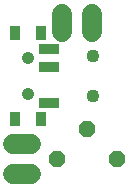
<source format=gbs>
G75*
%MOIN*%
%OFA0B0*%
%FSLAX24Y24*%
%IPPOS*%
%LPD*%
%AMOC8*
5,1,8,0,0,1.08239X$1,22.5*
%
%ADD10C,0.0660*%
%ADD11C,0.0436*%
%ADD12OC8,0.0540*%
%ADD13R,0.0651X0.0336*%
%ADD14R,0.0375X0.0454*%
%ADD15C,0.0414*%
D10*
X000610Y001178D02*
X001210Y001178D01*
X001210Y002178D02*
X000610Y002178D01*
X002249Y005886D02*
X002249Y006486D01*
X003249Y006486D02*
X003249Y005886D01*
D11*
X003272Y005103D03*
X003272Y003765D03*
D12*
X003075Y002678D03*
X004075Y001678D03*
X002075Y001678D03*
D13*
X001796Y003548D03*
X001796Y004729D03*
X001796Y005320D03*
D14*
X001540Y005871D03*
X000674Y005871D03*
X000674Y002997D03*
X001540Y002997D03*
D15*
X001107Y003843D03*
X001107Y005024D03*
M02*

</source>
